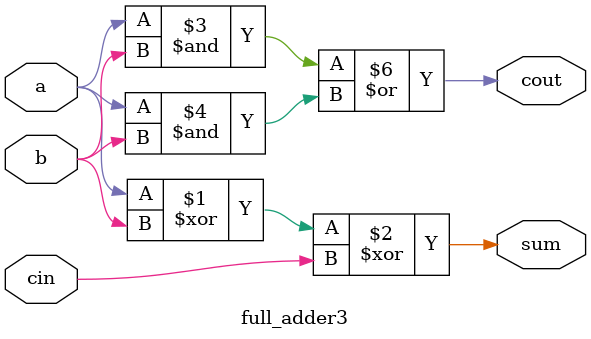
<source format=v>
module full_adder3(a,b,cin,sum,cout);
input a,b,cin;
output sum,cout;
assign sum = a^b^cin;
assign cout = a&b|1'b1&(a&b); 
// initial begin
//     $display("The incorrect adder with and1 having in1/1");
// end   
endmodule
</source>
